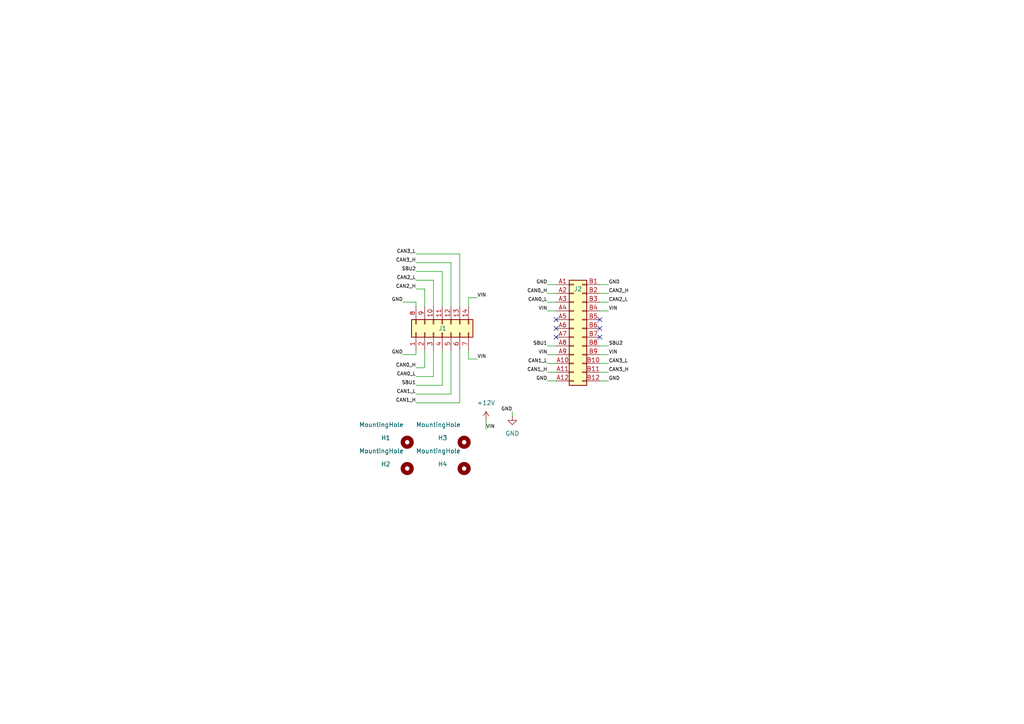
<source format=kicad_sch>
(kicad_sch (version 20230121) (generator eeschema)
  (paper "A4")
  (lib_symbols
    (symbol "Connector_Generic:Conn_02x07_Row_Letter_Last" (pin_names (offset 1.016) hide)
      (property "Reference" "J1" (at 1.27 10.16 90))
      (symbol "Conn_02x07_Row_Letter_Last_1_1"
        (rectangle (start -1.27 -7.493) (end 0 -7.747) (stroke (width 0.1524)))
        (rectangle (start -1.27 -4.953) (end 0 -5.207) (stroke (width 0.1524)))
        (rectangle (start -1.27 -2.413) (end 0 -2.667) (stroke (width 0.1524)))
        (rectangle (start -1.27 0.127) (end 0 -0.127) (stroke (width 0.1524)))
        (rectangle (start -1.27 2.667) (end 0 2.413) (stroke (width 0.1524)))
        (rectangle (start -1.27 5.207) (end 0 4.953) (stroke (width 0.1524)))
        (rectangle (start -1.27 7.747) (end 0 7.493) (stroke (width 0.1524)))
        (rectangle (start -1.27 8.89) (end 3.81 -8.89) (stroke (width 0.254)) (fill (type background)))
        (rectangle (start 3.81 -7.493) (end 2.54 -7.747) (stroke (width 0.1524)))
        (rectangle (start 3.81 -4.953) (end 2.54 -5.207) (stroke (width 0.1524)))
        (rectangle (start 3.81 -2.413) (end 2.54 -2.667) (stroke (width 0.1524)))
        (rectangle (start 3.81 0.127) (end 2.54 -0.127) (stroke (width 0.1524)))
        (rectangle (start 3.81 2.667) (end 2.54 2.413) (stroke (width 0.1524)))
        (rectangle (start 3.81 5.207) (end 2.54 4.953) (stroke (width 0.1524)))
        (rectangle (start 3.81 7.747) (end 2.54 7.493) (stroke (width 0.1524)))
        (pin passive line (at -5.08 7.62 0) (length 3.81) (name "Pin_1a") (number "1"))
        (pin passive line (at 7.62 2.54 180) (length 3.81) (name "Pin_3b") (number "10"))
        (pin passive line (at 7.62 0 180) (length 3.81) (name "Pin_4b") (number "11"))
        (pin passive line (at 7.62 -2.54 180) (length 3.81) (name "Pin_5b") (number "12"))
        (pin passive line (at 7.62 -5.08 180) (length 3.81) (name "Pin_6b") (number "13"))
        (pin passive line (at 7.62 -7.62 180) (length 3.81) (name "Pin_7b") (number "14"))
        (pin passive line (at -5.08 5.08 0) (length 3.81) (name "Pin_2a") (number "2"))
        (pin passive line (at -5.08 2.54 0) (length 3.81) (name "Pin_3a") (number "3"))
        (pin passive line (at -5.08 0 0) (length 3.81) (name "Pin_4a") (number "4"))
        (pin passive line (at -5.08 -2.54 0) (length 3.81) (name "Pin_5a") (number "5"))
        (pin passive line (at -5.08 -5.08 0) (length 3.81) (name "Pin_6a") (number "6"))
        (pin passive line (at -5.08 -7.62 0) (length 3.81) (name "Pin_7a") (number "7"))
        (pin passive line (at 7.62 7.62 180) (length 3.81) (name "Pin_1b") (number "8"))
        (pin passive line (at 7.62 5.08 180) (length 3.81) (name "Pin_2b") (number "9"))
      )
    )
    (symbol "Connector_Generic:Conn_02x12_Row_Letter_Last" (pin_names (offset 1.016) hide)
      (property "Reference" "J2" (at 1.27 19.05 0))
      (symbol "Conn_02x12_Row_Letter_Last_1_1"
        (rectangle (start -1.27 -15.113) (end 0 -15.367) (stroke (width 0.1524)))
        (rectangle (start -1.27 -12.573) (end 0 -12.827) (stroke (width 0.1524)))
        (rectangle (start -1.27 -10.033) (end 0 -10.287) (stroke (width 0.1524)))
        (rectangle (start -1.27 -7.493) (end 0 -7.747) (stroke (width 0.1524)))
        (rectangle (start -1.27 -4.953) (end 0 -5.207) (stroke (width 0.1524)))
        (rectangle (start -1.27 -2.413) (end 0 -2.667) (stroke (width 0.1524)))
        (rectangle (start -1.27 0.127) (end 0 -0.127) (stroke (width 0.1524)))
        (rectangle (start -1.27 2.667) (end 0 2.413) (stroke (width 0.1524)))
        (rectangle (start -1.27 5.207) (end 0 4.953) (stroke (width 0.1524)))
        (rectangle (start -1.27 7.747) (end 0 7.493) (stroke (width 0.1524)))
        (rectangle (start -1.27 10.287) (end 0 10.033) (stroke (width 0.1524)))
        (rectangle (start -1.27 12.827) (end 0 12.573) (stroke (width 0.1524)))
        (rectangle (start -1.27 13.97) (end 3.81 -16.51) (stroke (width 0.254)) (fill (type background)))
        (rectangle (start 3.81 -15.113) (end 2.54 -15.367) (stroke (width 0.1524)))
        (rectangle (start 3.81 -12.573) (end 2.54 -12.827) (stroke (width 0.1524)))
        (rectangle (start 3.81 -10.033) (end 2.54 -10.287) (stroke (width 0.1524)))
        (rectangle (start 3.81 -7.493) (end 2.54 -7.747) (stroke (width 0.1524)))
        (rectangle (start 3.81 -4.953) (end 2.54 -5.207) (stroke (width 0.1524)))
        (rectangle (start 3.81 -2.413) (end 2.54 -2.667) (stroke (width 0.1524)))
        (rectangle (start 3.81 0.127) (end 2.54 -0.127) (stroke (width 0.1524)))
        (rectangle (start 3.81 2.667) (end 2.54 2.413) (stroke (width 0.1524)))
        (rectangle (start 3.81 5.207) (end 2.54 4.953) (stroke (width 0.1524)))
        (rectangle (start 3.81 7.747) (end 2.54 7.493) (stroke (width 0.1524)))
        (rectangle (start 3.81 10.287) (end 2.54 10.033) (stroke (width 0.1524)))
        (rectangle (start 3.81 12.827) (end 2.54 12.573) (stroke (width 0.1524)))
        (pin passive line (at -5.08 12.7 0) (length 3.81) (name "a1") (number "A1"))
        (pin passive line (at -5.08 -10.16 0) (length 3.81) (name "a10") (number "A10"))
        (pin passive line (at -5.08 -12.7 0) (length 3.81) (name "a11") (number "A11"))
        (pin passive line (at -5.08 -15.24 0) (length 3.81) (name "a12") (number "A12"))
        (pin passive line (at -5.08 10.16 0) (length 3.81) (name "a2") (number "A2"))
        (pin passive line (at -5.08 7.62 0) (length 3.81) (name "a3") (number "A3"))
        (pin passive line (at -5.08 5.08 0) (length 3.81) (name "a4") (number "A4"))
        (pin passive line (at -5.08 2.54 0) (length 3.81) (name "a5") (number "A5"))
        (pin passive line (at -5.08 0 0) (length 3.81) (name "a6") (number "A6"))
        (pin passive line (at -5.08 -2.54 0) (length 3.81) (name "a7") (number "A7"))
        (pin passive line (at -5.08 -5.08 0) (length 3.81) (name "A8") (number "A8"))
        (pin passive line (at -5.08 -7.62 0) (length 3.81) (name "a9") (number "A9"))
        (pin passive line (at 7.62 12.7 180) (length 3.81) (name "b1") (number "B1"))
        (pin passive line (at 7.62 -10.16 180) (length 3.81) (name "b10") (number "B10"))
        (pin passive line (at 7.62 -12.7 180) (length 3.81) (name "b11") (number "B11"))
        (pin passive line (at 7.62 -15.24 180) (length 3.81) (name "b12") (number "B12"))
        (pin passive line (at 7.62 10.16 180) (length 3.81) (name "b2") (number "B2"))
        (pin passive line (at 7.62 7.62 180) (length 3.81) (name "b3") (number "B3"))
        (pin passive line (at 7.62 5.08 180) (length 3.81) (name "b4") (number "B4"))
        (pin passive line (at 7.62 2.54 180) (length 3.81) (name "b5") (number "B5"))
        (pin passive line (at 7.62 0 180) (length 3.81) (name "b6") (number "B6"))
        (pin passive line (at 7.62 -2.54 180) (length 3.81) (name "b7") (number "B7"))
        (pin passive line (at 7.62 -5.08 180) (length 3.81) (name "b8") (number "B8"))
        (pin passive line (at 7.62 -7.62 180) (length 3.81) (name "b9") (number "B9"))
      )
    )
    (symbol "Mechanical:MountingHole" (pin_names (offset 1.016))
      (property "Reference" "H" (at 0 5.08 0))
      (property "Value" "MountingHole" (at 0 3.175 0))
      (symbol "MountingHole_0_1"
        (circle (center 0 0) (radius 1.27) (stroke (width 1.27)))
      )
    )
    (symbol "power:+12V" (power) (pin_names (offset 0))
      (property "Value" "+12V" (at 0 3.556 0))
      (symbol "+12V_0_1"
        (polyline (pts (xy -0.762 1.27) (xy 0 2.54)))
        (polyline (pts (xy 0 0) (xy 0 2.54)))
        (polyline (pts (xy 0 2.54) (xy 0.762 1.27)))
      )
      (symbol "+12V_1_1"
        (pin power_in line (at 0 0 90) (length 0) hide (name "+12V") (number "1"))
      )
    )
    (symbol "power:GND" (power) (pin_names (offset 0))
      (property "Value" "GND" (at 0 -3.81 0))
      (symbol "GND_0_1"
        (polyline (pts (xy 0 0) (xy 0 -1.27) (xy 1.27 -1.27) (xy 0 -2.54) (xy -1.27 -1.27) (xy 0 -1.27)))
      )
      (symbol "GND_1_1"
        (pin power_in line (at 0 0 270) (length 0) hide (name "GND") (number "1"))
      )
    )
  )
  (no_connect (at 173.99 92.71))
  (no_connect (at 173.99 97.79))
  (no_connect (at 161.29 97.79))
  (no_connect (at 173.99 95.25))
  (no_connect (at 161.29 92.71))
  (no_connect (at 161.29 95.25))
  (wire (pts (xy 158.75 87.63) (xy 161.29 87.63)))
  (wire (pts (xy 173.99 110.49) (xy 176.53 110.49)))
  (wire (pts (xy 135.89 101.6) (xy 135.89 104.14)))
  (wire (pts (xy 123.19 106.68) (xy 120.65 106.68)))
  (wire (pts (xy 158.75 102.87) (xy 161.29 102.87)))
  (wire (pts (xy 173.99 85.09) (xy 176.53 85.09)))
  (wire (pts (xy 120.65 102.87) (xy 120.65 101.6)))
  (wire (pts (xy 158.75 85.09) (xy 161.29 85.09)))
  (wire (pts (xy 130.81 76.2) (xy 120.65 76.2)))
  (wire (pts (xy 120.65 87.63) (xy 120.65 88.9)))
  (wire (pts (xy 158.75 82.55) (xy 161.29 82.55)))
  (wire (pts (xy 173.99 90.17) (xy 176.53 90.17)))
  (wire (pts (xy 125.73 109.22) (xy 120.65 109.22)))
  (wire (pts (xy 128.27 78.74) (xy 120.65 78.74)))
  (wire (pts (xy 135.89 88.9) (xy 135.89 86.36)))
  (wire (pts (xy 120.65 81.28) (xy 125.73 81.28)))
  (wire (pts (xy 123.19 88.9) (xy 123.19 83.82)))
  (wire (pts (xy 123.19 101.6) (xy 123.19 106.68)))
  (wire (pts (xy 128.27 88.9) (xy 128.27 78.74)))
  (wire (pts (xy 133.35 101.6) (xy 133.35 116.84)))
  (wire (pts (xy 158.75 105.41) (xy 161.29 105.41)))
  (wire (pts (xy 158.75 107.95) (xy 161.29 107.95)))
  (wire (pts (xy 135.89 86.36) (xy 138.43 86.36)))
  (wire (pts (xy 158.75 110.49) (xy 161.29 110.49)))
  (wire (pts (xy 120.65 83.82) (xy 123.19 83.82)))
  (wire (pts (xy 135.89 104.14) (xy 138.43 104.14)))
  (wire (pts (xy 130.81 101.6) (xy 130.81 114.3)))
  (wire (pts (xy 116.84 102.87) (xy 120.65 102.87)))
  (wire (pts (xy 140.97 124.46) (xy 140.97 121.92)))
  (wire (pts (xy 125.73 88.9) (xy 125.73 81.28)))
  (wire (pts (xy 133.35 73.66) (xy 120.65 73.66)))
  (wire (pts (xy 158.75 90.17) (xy 161.29 90.17)))
  (wire (pts (xy 133.35 88.9) (xy 133.35 73.66)))
  (wire (pts (xy 173.99 107.95) (xy 176.53 107.95)))
  (wire (pts (xy 125.73 101.6) (xy 125.73 109.22)))
  (wire (pts (xy 130.81 88.9) (xy 130.81 76.2)))
  (wire (pts (xy 133.35 116.84) (xy 120.65 116.84)))
  (wire (pts (xy 173.99 82.55) (xy 176.53 82.55)))
  (wire (pts (xy 158.75 100.33) (xy 161.29 100.33)))
  (wire (pts (xy 173.99 87.63) (xy 176.53 87.63)))
  (wire (pts (xy 128.27 101.6) (xy 128.27 111.76)))
  (wire (pts (xy 173.99 105.41) (xy 176.53 105.41)))
  (wire (pts (xy 116.84 87.63) (xy 120.65 87.63)))
  (wire (pts (xy 148.59 119.38) (xy 148.59 120.65)))
  (wire (pts (xy 173.99 102.87) (xy 176.53 102.87)))
  (wire (pts (xy 173.99 100.33) (xy 176.53 100.33)))
  (wire (pts (xy 130.81 114.3) (xy 120.65 114.3)))
  (wire (pts (xy 120.65 111.76) (xy 128.27 111.76)))
  (label "GND" (at 158.75 110.49 180) (effects (font (size 1 1))))
  (label "CAN1_H" (at 120.65 116.84 180) (effects (font (size 1 1))))
  (label "CAN0_H" (at 158.75 85.09 180) (effects (font (size 1 1))))
  (label "SBU2" (at 120.65 78.74 180) (effects (font (size 1 1))))
  (label "GND" (at 116.84 102.87 180) (effects (font (size 1 1))))
  (label "VIN" (at 176.53 102.87 0) (effects (font (size 1 1))))
  (label "GND" (at 158.75 82.55 180) (effects (font (size 1 1))))
  (label "CAN0_L" (at 158.75 87.63 180) (effects (font (size 1 1))))
  (label "GND" (at 176.53 110.49 0) (effects (font (size 1 1))))
  (label "GND" (at 148.59 119.38 180) (effects (font (size 1 1))))
  (label "CAN2_L" (at 120.65 81.28 180) (effects (font (size 1 1))))
  (label "SBU2" (at 176.53 100.33 0) (effects (font (size 1 1))))
  (label "CAN3_H" (at 176.53 107.95 0) (effects (font (size 1 1))))
  (label "CAN2_L" (at 176.53 87.63 0) (effects (font (size 1 1))))
  (label "CAN0_L" (at 120.65 109.22 180) (effects (font (size 1 1))))
  (label "CAN1_L" (at 158.75 105.41 180) (effects (font (size 1 1))))
  (label "VIN" (at 158.75 90.17 180) (effects (font (size 1 1))))
  (label "GND" (at 176.53 82.55 0) (effects (font (size 1 1))))
  (label "CAN3_L" (at 120.65 73.66 180) (effects (font (size 1 1))))
  (label "CAN0_H" (at 120.65 106.68 180) (effects (font (size 1 1))))
  (label "SBU1" (at 120.65 111.76 180) (effects (font (size 1 1))))
  (label "VIN" (at 158.75 102.87 180) (effects (font (size 1 1))))
  (label "GND" (at 116.84 87.63 180) (effects (font (size 1 1))))
  (label "CAN1_H" (at 158.75 107.95 180) (effects (font (size 1 1))))
  (label "VIN" (at 138.43 104.14 0) (effects (font (size 1 1))))
  (label "CAN1_L" (at 120.65 114.3 180) (effects (font (size 1 1))))
  (label "SBU1" (at 158.75 100.33 180) (effects (font (size 1 1))))
  (label "CAN3_L" (at 176.53 105.41 0) (effects (font (size 1 1))))
  (label "CAN2_H" (at 176.53 85.09 0) (effects (font (size 1 1))))
  (label "VIN" (at 138.43 86.36 0) (effects (font (size 1 1))))
  (label "CAN3_H" (at 120.65 76.2 180) (effects (font (size 1 1))))
  (label "CAN2_H" (at 120.65 83.82 180) (effects (font (size 1 1))))
  (label "VIN" (at 176.53 90.17 0) (effects (font (size 1 1))))
  (label "VIN" (at 140.97 124.46 0) (effects (font (size 1 1))))
  (symbol (lib_id "Connector_Generic:Conn_02x07_Row_Letter_Last") (at 128.27 96.52 90) (unit 1)
    (property "Reference" "J1" (at 129.54 95.25 90) (effects (justify left)))
    (property "Value" "Conn_02x07_Row_Letter_Last" (effects hide))
    (property "Footprint" "CommaPogo_Library:2x7_Pogo_Male" (effects hide))
  )
  (symbol (lib_id "Mechanical:MountingHole") (at 134.62 135.89 0) (unit 1)
    (property "Reference" "H4" (at 127 134.62 0) (effects (justify left)))
    (property "Value" "MountingHole" (at 120.65 130.81 0) (effects (justify left)))
    (property "Footprint" "MountingHole:MountingHole_3mm" (effects hide))
  )
  (symbol (lib_id "power:+12V") (at 140.97 121.92 0) (unit 1)
    (property "Reference" "#PWR01" (effects hide))
    (property "Value" "+12V" (at 140.97 116.84 0))
  )
  (symbol (lib_id "power:GND") (at 148.59 120.65 0) (unit 1)
    (property "Reference" "#PWR02" (effects hide))
    (property "Value" "GND" (at 148.59 125.73 0))
  )
  (symbol (lib_id "Mechanical:MountingHole") (at 118.11 135.89 0) (unit 1)
    (property "Reference" "H2" (at 110.49 134.62 0) (effects (justify left)))
    (property "Value" "MountingHole" (at 104.14 130.81 0) (effects (justify left)))
    (property "Footprint" "MountingHole:MountingHole_3mm" (effects hide))
  )
  (symbol (lib_id "Mechanical:MountingHole") (at 134.62 128.27 0) (unit 1)
    (property "Reference" "H3" (at 127 127 0) (effects (justify left)))
    (property "Value" "MountingHole" (at 120.65 123.19 0) (effects (justify left)))
    (property "Footprint" "MountingHole:MountingHole_3mm" (effects hide))
  )
  (symbol (lib_id "Mechanical:MountingHole") (at 118.11 128.27 0) (unit 1)
    (property "Reference" "H1" (at 110.49 127 0) (effects (justify left)))
    (property "Value" "MountingHole" (at 104.14 123.19 0) (effects (justify left)))
    (property "Footprint" "MountingHole:MountingHole_3mm" (effects hide))
  )
  (symbol (lib_id "Connector_Generic:Conn_02x12_Row_Letter_Last") (at 166.37 95.25 0) (unit 1)
    (property "Reference" "J2" (at 167.64 83.82 0))
    (property "Value" "Conn_02x12_Row_Letter_Last" (effects hide))
    (property "Footprint" "CommaPogo_Library:USB-C-SMD_HC005-1A1H1A103-0HR" (effects hide))
    (property "LCSC" "C2894904" (effects hide))
  )
)
</source>
